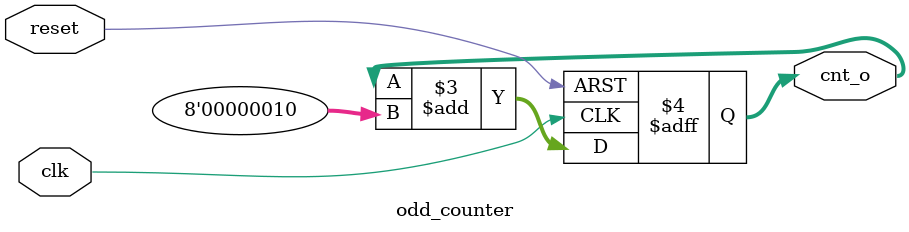
<source format=sv>
module odd_counter(
	input  wire       clk,
	input  wire       reset,
	output logic[7:0] cnt_o
);
	always_ff @(posedge clk or negedge reset) begin
		if (!reset)
			cnt_o <= 8'h1;
		else
			cnt_o <= cnt_o + 8'h2; // counter increments by 2 at every clock edge
	end
endmodule

</source>
